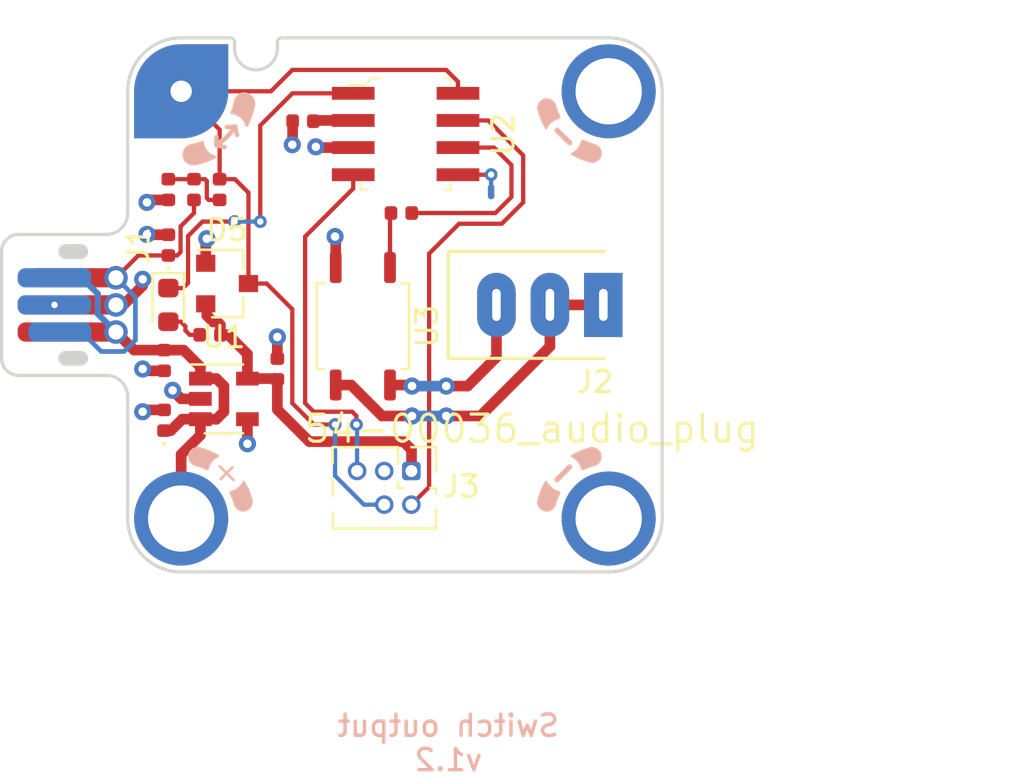
<source format=kicad_pcb>
(kicad_pcb (version 20220417) (generator pcbnew)
  (title_block (title "Jacdac access switch output") (date "2022-01-07") (rev "v1.2") (comment 3 "Matthew Oppenheim") (comment 4 "Licence: Attribution 4.0 International (CC BY 4.0)"))
  (layers (0 "F.Cu" signal) (31 "B.Cu" signal) (34 "B.Paste" user) (35 "F.Paste" user) (36 "B.SilkS" user "B.Silkscreen") (37 "F.SilkS" user "F.Silkscreen") (38 "B.Mask" user) (39 "F.Mask" user) (44 "Edge.Cuts" user))
  (net 0 "")
  (net 1 "Net-(C1-Pad1)")
  (net 2 "GND")
  (net 3 "JD_PWR")
  (net 4 "+3V3")
  (net 5 "/JD_DATA")
  (net 6 "/JD_STATUS")
  (net 7 "/JD_DATA_MCU_SWCLK")
  (net 8 "/nRESET")
  (net 9 "/SLEEVE")
  (net 10 "/PLUG_TIP")
  (net 11 "/SWDIO")
  (net 12 "/SWITCH")
  (net 13 "Net-(R3-Pad1)")
  (net 14 "Net-(D6-A)")
  (net 15 "Net-(U2-PA8/PA11[PA9]/PB0/PB1)")
  (footprint "Jacdac:jacdac_hole_PWR_MH3" (layer "F.Cu") (at 150 100 90)
    (fp_text reference "MH3" hide)
    (fp_text value "MountingHole_Pad" hide)
    (pad "MH3" thru_hole circle (at 0 0 180) (size 4.4 4.4) (drill 3.1) (layers *.Cu *.Mask) (net 3 "JD_PWR"))
  )
  (footprint "jacdac_access_switch_interface:SOIC-8_W3.9mm" (layer "F.Cu") (at 160.5 82 -90)
    (fp_text reference "U2" (at 0.01778 -4.56946 90) (layer "F.SilkS"))
    (fp_text value "STM32G031J6M6")
    (pad "1" smd rect (at -1.905 2.45 270) (size 0.6 2) (layers "F.Cu" "F.Paste" "F.Mask") (net 6 "/JD_STATUS"))
    (pad "2" smd rect (at -0.635 2.45 270) (size 0.6 2) (layers "F.Cu" "F.Paste" "F.Mask") (net 4 "+3V3"))
    (pad "3" smd rect (at 0.635 2.45 270) (size 0.6 2) (layers "F.Cu" "F.Paste" "F.Mask") (net 2 "GND"))
    (pad "4" smd rect (at 1.905 2.45 270) (size 0.6 2) (layers "F.Cu" "F.Paste" "F.Mask") (net 8 "/nRESET"))
    (pad "5" smd rect (at 1.905 -2.45 270) (size 0.6 2) (layers "F.Cu" "F.Paste" "F.Mask") (net 15 "Net-(U2-PA8/PA11[PA9]/PB0/PB1)"))
    (pad "6" smd rect (at 0.635 -2.45 270) (size 0.6 2) (layers "F.Cu" "F.Paste" "F.Mask") (net 12 "/SWITCH"))
    (pad "7" smd rect (at -0.635 -2.45 270) (size 0.6 2) (layers "F.Cu" "F.Paste" "F.Mask") (net 11 "/SWDIO"))
    (pad "8" smd rect (at -1.905 -2.45 270) (size 0.6 2) (layers "F.Cu" "F.Paste" "F.Mask") (net 7 "/JD_DATA_MCU_SWCLK"))
  )
  (footprint "Jacdac:jacdac_hole_GND_MH2A" (layer "F.Cu") (at 170 80 180)
    (fp_text reference "MH2A1" hide)
    (fp_text value "MountingHole_Pad" hide)
    (pad "MH2A" thru_hole circle (at 0 0 180) (size 4.4 4.4) (drill 3.1) (layers *.Cu *.Mask) (net 2 "GND"))
  )
  (footprint "Jacdac:jacdac_hole_GND_MH2B" (layer "F.Cu") (at 170 100)
    (fp_text reference "MH2B1" hide)
    (fp_text value "MountingHole_Pad" hide)
    (pad "MH2B" thru_hole circle (at 0 0 90) (size 4.4 4.4) (drill 3.1) (layers *.Cu *.Mask) (net 2 "GND"))
  )
  (footprint "Jacdac:jacdac_hole_DATA_notched_MH1" (layer "F.Cu") (at 150 80 90)
    (fp_text reference "MH1" hide)
    (fp_text value "MountingHole_Pad" hide)
    (fp_line (start 2 2.5) (end 2.3 2.499998) (stroke (width 0.15)) (layer "Edge.Cuts"))
    (fp_line (start 2 4.5) (end 2.3 4.5) (stroke (width 0.15)) (layer "Edge.Cuts"))
    (fp_arc (start 2 4.5) (mid 1 3.5) (end 2 2.5) (stroke (width 0.15)) (layer "Edge.Cuts"))
    (fp_arc (start 2.3 4.5) (mid 2.441421 4.558579) (end 2.5 4.7) (stroke (width 0.15)) (layer "Edge.Cuts"))
    (fp_arc (start 2.5 2.299998) (mid 2.441422 2.441421) (end 2.3 2.499998) (stroke (width 0.15)) (layer "Edge.Cuts"))
    (pad "MH1" thru_hole custom (at 0 0 135) (size 1 1) (drill 3.1) (property pad_prop_fiducial_loc) (layers *.Cu *.Mask) (net 7 "/JD_DATA_MCU_SWCLK") (options (clearance outline) (anchor circle)) (primitives (gr_poly (pts (xy 0 -3.11127) (arc (start -1.555635 -1.555635) (mid -2.2 0) (end -1.555635 1.555635)) (xy 0 3.11127) (arc (start 1.555635 1.555635) (mid 2.2 0) (end 1.555635 -1.555635))) (width 0) (fill yes))))
  )
  (footprint "Jacdac:HackConnect_P1.27mm" (layer "F.Cu") (at 160.77 98.5635)
    (fp_text reference "J3" (at 2.33 -0.0635) (layer "F.SilkS"))
    (fp_text value "Conn_HackConnect")
    (pad "1" thru_hole roundrect locked (at 0 -0.7874) (size 0.8636 0.8636) (drill 0.5588) (layers *.Cu *.Mask) (roundrect_rratio 0.2) (net 4 "+3V3"))
    (pad "2" thru_hole circle locked (at 0 0.7874) (size 0.8636 0.8636) (drill 0.5588) (layers *.Cu *.Mask) (net 11 "/SWDIO"))
    (pad "3" thru_hole circle locked (at -1.27 -0.7874) (size 0.8636 0.8636) (drill 0.5588) (layers *.Cu *.Mask) (net 2 "GND"))
    (pad "4" thru_hole circle locked (at -1.27 0.7874) (size 0.8636 0.8636) (drill 0.5588) (layers *.Cu *.Mask) (net 7 "/JD_DATA_MCU_SWCLK"))
    (pad "5" thru_hole circle locked (at -2.54 -0.7874) (size 0.8636 0.8636) (drill 0.5588) (layers *.Cu *.Mask) (net 8 "/nRESET"))
  )
  (footprint "Jacdac:JD-PEC-02_Prerouted" (layer "F.Cu") (at 145.6 90 90)
    (fp_text reference "J1" (at 2.8 2.4 90) (layer "F.SilkS") (effects (font (thickness 0.153))))
    (fp_text value "Conn_Jacdac_CardEdge" hide)
    (fp_line (start -4.951096 1.9) (end -4.297807 1.9) (stroke (width 0.15)) (layer "Edge.Cuts"))
    (fp_line (start -3.300852 -3.2) (end -3.300852 0.7) (stroke (width 0.15)) (layer "Edge.Cuts"))
    (fp_line (start -3.300852 0.7) (end -3.300852 0.902) (stroke (width 0.15)) (layer "Edge.Cuts"))
    (fp_line (start -2.500852 -4) (end -2.3 -4) (stroke (width 0.15)) (layer "Edge.Cuts"))
    (fp_line (start 2.499148 -4) (end -2.3 -4) (stroke (width 0.15)) (layer "Edge.Cuts"))
    (fp_line (start 3.299148 -3.2) (end 3.299148 0.9) (stroke (width 0.15)) (layer "Edge.Cuts"))
    (fp_line (start 4.297807 1.9) (end 5 1.9) (stroke (width 0.15)) (layer "Edge.Cuts"))
    (fp_arc (start -3.300852 -3.2) (mid -3.066852 -3.766) (end -2.500852 -4) (stroke (width 0.15)) (layer "Edge.Cuts"))
    (fp_arc (start -3.300852 0.902) (mid -3.592637 1.607476) (end -4.297807 1.9) (stroke (width 0.15)) (layer "Edge.Cuts"))
    (fp_arc (start 2.499148 -4) (mid 3.065149 -3.766) (end 3.299148 -3.2) (stroke (width 0.15)) (layer "Edge.Cuts"))
    (fp_arc (start 4.297807 1.9) (mid 3.591372 1.606828) (end 3.299148 0.9) (stroke (width 0.15)) (layer "Edge.Cuts"))
    (fp_poly (pts (arc (start -2.150853 -1.000001) (mid -2.500852 -1.35) (end -2.850851 -1.000001)) (arc (start -2.850851 -0.300002) (mid -2.500852 0.049997) (end -2.150853 -0.300002))) (fill solid) (layer "Edge.Cuts"))
    (fp_poly (pts (arc (start 2.849147 -1.000001) (mid 2.499148 -1.35) (end 2.149149 -1.000001)) (arc (start 2.149149 -0.300002) (mid 2.499148 0.049997) (end 2.849147 -0.300002))) (fill solid) (layer "Edge.Cuts"))
    (pad "1" smd oval (at -2.18 1.1935 180) (size 1.287 0.22) (layers "B.Cu") (net 5 "/JD_DATA"))
    (pad "1" smd oval (at -1.9135 1.9935 45) (size 0.973776 0.22) (layers "B.Cu") (net 5 "/JD_DATA"))
    (pad "1" smd oval (at -1.725 0.205 135) (size 1.506934 0.22) (layers "B.Cu") (net 5 "/JD_DATA"))
    (pad "1" smd roundrect (at -1.27 -1.275 90) (size 0.9 2.95) (layers "B.Cu" "B.Mask") (roundrect_rratio 0.389) (net 5 "/JD_DATA"))
    (pad "1" smd oval (at -0.651 2.26 90) (size 2.212 0.22) (layers "B.Cu") (net 5 "/JD_DATA"))
    (pad "1" smd oval (at 0.815 1.805 135) (size 1.507 0.22) (layers "B.Cu") (net 5 "/JD_DATA"))
    (pad "1" smd roundrect (at 1.27 -0.475 90) (size 0.9 4.55) (layers "F.Cu" "F.Mask") (roundrect_rratio 0.389) (net 5 "/JD_DATA"))
    (pad "1" thru_hole circle (at 1.27 1.35 90) (size 1.1 1.1) (drill 0.71) (layers *.Cu *.Mask) (net 5 "/JD_DATA"))
    (pad "2" thru_hole circle (at 0 -1.525 90) (size 0.6 0.6) (drill 0.3) (layers *.Cu *.Mask) (net 2 "GND"))
    (pad "2" smd roundrect (at 0 -1.525 90) (size 0.9 3.45) (layers "B.Cu" "B.Mask") (roundrect_rratio 0.389) (net 2 "GND"))
    (pad "2" smd roundrect (at 0 -0.725 90) (size 0.9 5.05) (layers "F.Cu" "F.Mask") (roundrect_rratio 0.389) (net 2 "GND"))
    (pad "2" thru_hole circle (at 0 1.35 90) (size 1.1 1.1) (drill 0.71) (layers *.Cu *.Mask) (net 2 "GND"))
    (pad "3" smd roundrect (at -1.27 -0.725 90) (size 0.9 5.05) (layers "F.Cu" "F.Mask") (roundrect_rratio 0.389) (net 3 "JD_PWR"))
    (pad "3" thru_hole circle (at -1.27 1.35 90) (size 1.1 1.1) (drill 0.71) (layers *.Cu *.Mask) (net 3 "JD_PWR"))
    (pad "3" smd oval (at -0.845 0.925 135) (size 1.492 0.29) (layers "B.Cu") (net 3 "JD_PWR"))
    (pad "3" smd oval (at 0.05 0.5 90) (size 1.23 0.29) (layers "B.Cu") (net 3 "JD_PWR"))
    (pad "3" smd oval (at 0.895 0.125 135) (size 1.351 0.29) (layers "B.Cu") (net 3 "JD_PWR"))
    (pad "3" smd roundrect (at 1.27 -1.525 90) (size 0.9 3.45) (layers "B.Cu" "B.Mask") (roundrect_rratio 0.389) (net 3 "JD_PWR"))
  )
  (footprint "jacdac_access_switch_interface:SOT-23-5" (layer "F.Cu") (at 152 94.4)
    (fp_text reference "U1" (at 0 -2.9) (layer "F.SilkS"))
    (fp_text value "NCP114ASN330T1G")
    (pad "1" smd rect (at -1.1 -0.95) (size 1.06 0.65) (layers "F.Cu" "F.Paste" "F.Mask") (net 3 "JD_PWR"))
    (pad "2" connect rect (at -1.1 0) (size 1.06 0.65) (layers "F.Cu" "F.Mask") (net 2 "GND"))
    (pad "3" smd rect (at -1.1 0.95) (size 1.06 0.65) (layers "F.Cu" "F.Paste" "F.Mask") (net 3 "JD_PWR"))
    (pad "4" smd rect (at 1.1 0.95) (size 1.06 0.65) (layers "F.Cu" "F.Paste" "F.Mask") (net 2 "GND"))
    (pad "5" smd rect (at 1.1 -0.95) (size 1.06 0.65) (layers "F.Cu" "F.Paste" "F.Mask") (net 4 "+3V3"))
  )
  (footprint "jacdac_access_switch_interface:SOT-23" (layer "F.Cu") (at 152.15 89)
    (fp_text reference "D5" (at 0 -2.5) (layer "F.SilkS"))
    (fp_text value "BAT54S")
    (pad "1" smd rect (at -1 -0.95) (size 0.9 0.8) (layers "F.Cu" "F.Paste" "F.Mask") (net 2 "GND"))
    (pad "2" smd rect (at -1 0.95) (size 0.9 0.8) (layers "F.Cu" "F.Paste" "F.Mask") (net 4 "+3V3"))
    (pad "3" smd rect (at 1 0) (size 0.9 0.8) (layers "F.Cu" "F.Paste" "F.Mask") (net 7 "/JD_DATA_MCU_SWCLK"))
  )
  (footprint "jacdac_access_switch_interface:R_0402_1005Metric" (layer "F.Cu") (at 151.8 84.6 -90)
    (fp_text reference "R1")
    (fp_text value "220")
    (pad "1" smd roundrect (at -0.485 0 270) (size 0.59 0.64) (layers "F.Cu" "F.Paste" "F.Mask") (net 7 "/JD_DATA_MCU_SWCLK"))
    (pad "2" smd roundrect (at 0.485 0 270) (size 0.59 0.64) (layers "F.Cu" "F.Paste" "F.Mask") (net 1 "Net-(C1-Pad1)"))
  )
  (footprint "jacdac_access_switch_interface:R_0402_1005Metric" (layer "F.Cu") (at 151.35 91.4 180)
    (fp_text reference "R2")
    (fp_text value "130")
    (pad "1" smd roundrect (at -0.485 0 180) (size 0.59 0.64) (layers "F.Cu" "F.Paste" "F.Mask") (net 4 "+3V3"))
    (pad "2" smd roundrect (at 0.485 0 180) (size 0.59 0.64) (layers "F.Cu" "F.Paste" "F.Mask") (net 14 "Net-(D6-A)"))
  )
  (footprint "jacdac_access_switch_interface:L_0402_1005Metric" (layer "F.Cu") (at 150.6 84.6 -90)
    (fp_text reference "FB1")
    (fp_text value "1kOhm @ 100MHz")
    (pad "1" smd roundrect (at -0.485 0 270) (size 0.59 0.64) (layers "F.Cu" "F.Paste" "F.Mask") (net 1 "Net-(C1-Pad1)"))
    (pad "2" smd roundrect (at 0.485 0 270) (size 0.59 0.64) (layers "F.Cu" "F.Paste" "F.Mask") (net 5 "/JD_DATA"))
  )
  (footprint "jacdac_access_switch_interface:LED_0603_1608Metric" (layer "F.Cu") (at 149.4 90 -90)
    (fp_text reference "D6")
    (fp_text value "LED")
    (pad "1" smd roundrect (at -0.7875 0 270) (size 0.875 0.95) (layers "F.Cu" "F.Paste" "F.Mask") (net 6 "/JD_STATUS"))
    (pad "2" smd roundrect (at 0.7875 0 270) (size 0.875 0.95) (layers "F.Cu" "F.Paste" "F.Mask") (net 14 "Net-(D6-A)"))
  )
  (footprint "jacdac_access_switch_interface:D_0402_1005Metric" (layer "F.Cu") (at 149.4 87.2 90)
    (fp_text reference "D3")
    (fp_text value "RCLAMP0521P-N")
    (pad "1" smd roundrect (at -0.485 0 90) (size 0.59 0.64) (layers "F.Cu" "F.Paste" "F.Mask") (net 5 "/JD_DATA"))
    (pad "2" smd roundrect (at 0.485 0 90) (size 0.59 0.64) (layers "F.Cu" "F.Paste" "F.Mask") (net 2 "GND"))
  )
  (footprint "jacdac_access_switch_interface:D_0402_1005Metric" (layer "F.Cu") (at 149.2 95.4 90)
    (fp_text reference "D4")
    (fp_text value "RCLAMP0521-P")
    (pad "1" smd roundrect (at -0.485 0 90) (size 0.59 0.64) (layers "F.Cu" "F.Paste" "F.Mask") (net 3 "JD_PWR"))
    (pad "2" smd roundrect (at 0.485 0 90) (size 0.59 0.64) (layers "F.Cu" "F.Paste" "F.Mask") (net 2 "GND"))
  )
  (footprint "jacdac_access_switch_interface:C_0402_1005Metric" (layer "F.Cu") (at 154.5 93 90)
    (fp_text reference "C4")
    (fp_text value "1uF")
    (pad "1" smd roundrect (at -0.485 0 90) (size 0.59 0.64) (layers "F.Cu" "F.Paste" "F.Mask") (net 4 "+3V3"))
    (pad "2" smd roundrect (at 0.485 0 90) (size 0.59 0.64) (layers "F.Cu" "F.Paste" "F.Mask") (net 2 "GND"))
  )
  (footprint "jacdac_access_switch_interface:C_0402_1005Metric" (layer "F.Cu") (at 149.4 84.6 -90)
    (fp_text reference "C1")
    (fp_text value "33pF")
    (pad "1" smd roundrect (at -0.485 0 270) (size 0.59 0.64) (layers "F.Cu" "F.Paste" "F.Mask") (net 1 "Net-(C1-Pad1)"))
    (pad "2" smd roundrect (at 0.485 0 270) (size 0.59 0.64) (layers "F.Cu" "F.Paste" "F.Mask") (net 2 "GND"))
  )
  (footprint "jacdac_access_switch_interface:C_0402_1005Metric" (layer "F.Cu") (at 149.2 92.6 -90)
    (fp_text reference "C2")
    (fp_text value "1uF, 10V")
    (pad "1" smd roundrect (at -0.485 0 270) (size 0.59 0.64) (layers "F.Cu" "F.Paste" "F.Mask") (net 3 "JD_PWR"))
    (pad "2" smd roundrect (at 0.485 0 270) (size 0.59 0.64) (layers "F.Cu" "F.Paste" "F.Mask") (net 2 "GND"))
  )
  (footprint "jacdac_access_switch_interface:C_0402_1005Metric" (layer "F.Cu") (at 155.7 81.4 180)
    (fp_text reference "C3")
    (fp_text value "0.1uF")
    (pad "1" smd roundrect (at -0.485 0 180) (size 0.59 0.64) (layers "F.Cu" "F.Paste" "F.Mask") (net 4 "+3V3"))
    (pad "2" smd roundrect (at 0.485 0 180) (size 0.59 0.64) (layers "F.Cu" "F.Paste" "F.Mask") (net 2 "GND"))
  )
  (footprint "jacdac_access_switch_interface:SOP-4_3.8x4.1mm_P2.54mm" (layer "F.Cu") (at 158.5 91 -90)
    (fp_text reference "U3" (at 0 -3 -90) (layer "F.SilkS"))
    (fp_text value "AQY282")
    (pad "1" smd roundrect (at -2.75 -1.27 270) (size 1.45 0.55) (layers "F.Cu" "F.Paste" "F.Mask") (net 13 "Net-(R3-Pad1)"))
    (pad "2" smd roundrect (at -2.75 1.27 270) (size 1.45 0.55) (layers "F.Cu" "F.Paste" "F.Mask") (net 2 "GND"))
    (pad "3" smd roundrect (at 2.75 1.27 270) (size 1.45 0.55) (layers "F.Cu" "F.Paste" "F.Mask") (net 9 "/SLEEVE"))
    (pad "4" smd roundrect (at 2.75 -1.27 270) (size 1.45 0.55) (layers "F.Cu" "F.Paste" "F.Mask") (net 10 "/PLUG_TIP"))
  )
  (footprint "jacdac_access_switch_interface:R_0402_1005Metric" (layer "F.Cu") (at 160.3 85.7)
    (fp_text reference "R3")
    (fp_text value "330")
    (pad "1" smd roundrect (at -0.485 0) (size 0.59 0.64) (layers "F.Cu" "F.Paste" "F.Mask") (net 13 "Net-(R3-Pad1)"))
    (pad "2" smd roundrect (at 0.485 0) (size 0.59 0.64) (layers "F.Cu" "F.Paste" "F.Mask") (net 12 "/SWITCH"))
  )
  (footprint "jacdac_access_switch_interface:Tensility-54-00036-0" (layer "F.Cu") (at 175.8 90 180)
    (fp_text reference "J2" (at 7.4 -3.6 180) (layer "F.SilkS") (effects (justify left)))
    (fp_text value "54-00036_audio_plug" (at 9.4 -5.8 180) (layer "F.SilkS") (effects (font (size 1.27 1.27))))
    (pad "1" thru_hole rect (at 6.05 0 180) (size 1.8 3) (drill oval 0.4 1.5) (layers *.Cu *.Mask) (net 9 "/SLEEVE"))
    (pad "2" thru_hole oval (at 8.55 0 180) (size 1.8 3) (drill oval 0.4 1.5) (layers *.Cu *.Mask) (net 9 "/SLEEVE"))
    (pad "3" thru_hole oval (at 11.05 0 180) (size 1.8 3) (drill oval 0.4 1.5) (layers *.Cu *.Mask) (net 10 "/PLUG_TIP"))
  )
  (footprint "jacdac_access_switch_interface:NetTie-2_SMD_Pad0.3mm" (layer "B.Cu") (at 164.5 84.7 90)
    (fp_text reference "NT1")
    (fp_text value "NetTie_2")
    (fp_line (start -0.2 0) (end 0.2 0) (stroke (width 0.3)) (layer "B.Cu"))
    (pad "1" smd circle (at -0.2 0 90) (size 0.3 0.3) (layers "B.Cu") (net 2 "GND"))
    (pad "2" smd circle (at 0.2 0 90) (size 0.3 0.3) (layers "B.Cu") (net 15 "Net-(U2-PA8/PA11[PA9]/PB0/PB1)"))
  )
  (gr_arc (start 170 77.5) (mid 171.767767 78.232233) (end 172.5 80) (stroke (width 0.15)) (layer "Edge.Cuts"))
  (gr_line (start 172.5 80.4) (end 172.5 80) (stroke (width 0.15)) (layer "Edge.Cuts"))
  (gr_line (start 155 77.5) (end 170 77.5) (stroke (width 0.15)) (layer "Edge.Cuts"))
  (gr_arc (start 150 102.5) (mid 148.232233 101.767767) (end 147.5 100) (stroke (width 0.15)) (layer "Edge.Cuts"))
  (gr_arc (start 147.5 80) (mid 148.232233 78.232233) (end 150 77.5) (stroke (width 0.15)) (layer "Edge.Cuts"))
  (gr_line (start 147.5 80) (end 147.5 85) (stroke (width 0.15)) (layer "Edge.Cuts"))
  (gr_line (start 172.5 99.7) (end 172.5 80.4) (stroke (width 0.15)) (layer "Edge.Cuts"))
  (gr_line (start 150 77.5) (end 152.299998 77.5) (stroke (width 0.15)) (layer "Edge.Cuts"))
  (gr_line (start 150 102.5) (end 170 102.5) (stroke (width 0.15)) (layer "Edge.Cuts"))
  (gr_line (start 147.5 99.7) (end 147.5 100) (stroke (width 0.15)) (layer "Edge.Cuts"))
  (gr_line (start 147.5 94.951096) (end 147.5 95.5) (stroke (width 0.15)) (layer "Edge.Cuts"))
  (gr_line (start 172.5 99.7) (end 172.5 100) (stroke (width 0.15)) (layer "Edge.Cuts"))
  (gr_line (start 154.7 77.5) (end 155 77.5) (stroke (width 0.15)) (layer "Edge.Cuts"))
  (gr_line (start 147.5 99.7) (end 147.5 95.5) (stroke (width 0.15)) (layer "Edge.Cuts"))
  (gr_arc (start 172.5 100) (mid 171.767767 101.767767) (end 170 102.5) (stroke (width 0.15)) (layer "Edge.Cuts"))
  (gr_text "Switch output\nv1.2" (at 162.5 110.5) (layer "B.SilkS") (effects (font (size 1 1) (thickness 0.16)) (justify mirror)))
  (segment (start 151.115 84.115) (end 150.6 84.115) (width 0.2) (layer "F.Cu") (net 1))
  (segment (start 151.8 85.085) (end 151.285 85.085) (width 0.2) (layer "F.Cu") (net 1))
  (segment (start 151.2 84.2) (end 151.115 84.115) (width 0.2) (layer "F.Cu") (net 1))
  (segment (start 151.285 85.085) (end 151.2 85) (width 0.2) (layer "F.Cu") (net 1))
  (segment (start 150.6 84.115) (end 149.4 84.115) (width 0.2) (layer "F.Cu") (net 1))
  (segment (start 151.2 85) (end 151.2 84.2) (width 0.2) (layer "F.Cu") (net 1))
  (segment (start 151.15 88.05) (end 151.15 86.95) (width 0.5) (layer "F.Cu") (net 2))
  (segment (start 150.9 94.4) (end 150 94.4) (width 0.5) (layer "F.Cu") (net 2))
  (segment (start 155.215 81.4) (end 155.215 82.485) (width 0.5) (layer "F.Cu") (net 2))
  (segment (start 148.2 88.8) (end 148.2 89.1) (width 0.5) (layer "F.Cu") (net 2))
  (segment (start 154.5 92.515) (end 154.5 91.5) (width 0.5) (layer "F.Cu") (net 2))
  (segment (start 155.215 82.485) (end 155.2 82.5) (width 0.5) (layer "F.Cu") (net 2))
  (segment (start 148.285 93.085) (end 148.2 93) (width 0.5) (layer "F.Cu") (net 2))
  (segment (start 148.2 89.1) (end 147.3 90) (width 0.5) (layer "F.Cu") (net 2))
  (segment (start 148.285 94.915) (end 148.2 95) (width 0.5) (layer "F.Cu") (net 2))
  (segment (start 150 94.4) (end 149.6 94) (width 0.5) (layer "F.Cu") (net 2))
  (segment (start 149.4 85.085) (end 148.515 85.085) (width 0.5) (layer "F.Cu") (net 2))
  (segment (start 148.415 86.715) (end 148.4 86.7) (width 0.5) (layer "F.Cu") (net 2))
  (segment (start 157.23 86.83) (end 157.2 86.8) (width 0.5) (layer "F.Cu") (net 2))
  (segment (start 149.2 93.085) (end 148.285 93.085) (width 0.5) (layer "F.Cu") (net 2))
  (segment (start 147.3 90) (end 146.95 90) (width 0.5) (layer "F.Cu") (net 2))
  (segment (start 149.4 86.715) (end 148.415 86.715) (width 0.5) (layer "F.Cu") (net 2))
  (segment (start 151.15 86.95) (end 151.2 86.9) (width 0.5) (layer "F.Cu") (net 2))
  (segment (start 149.2 94.915) (end 148.285 94.915) (width 0.5) (layer "F.Cu") (net 2))
  (segment (start 148.515 85.085) (end 148.4 85.2) (width 0.5) (layer "F.Cu") (net 2))
  (segment (start 153.1 96.5) (end 153.1 95.35) (width 0.5) (layer "F.Cu") (net 2))
  (segment (start 158.05 82.635) (end 156.335 82.635) (width 0.5) (layer "F.Cu") (net 2))
  (segment (start 156.335 82.635) (end 156.3 82.6) (width 0.5) (layer "F.Cu") (net 2))
  (segment (start 157.23 88.25) (end 157.23 86.83) (width 0.5) (layer "F.Cu") (net 2))
  (via (at 153.1 96.5) (size 0.8) (drill 0.4) (layers "F.Cu" "B.Cu") (net 2))
  (via (at 148.4 86.7) (size 0.8) (drill 0.4) (layers "F.Cu" "B.Cu") (net 2))
  (via (at 148.2 88.8) (size 0.8) (drill 0.4) (layers "F.Cu" "B.Cu") (net 2))
  (via (at 148.2 95) (size 0.8) (drill 0.4) (layers "F.Cu" "B.Cu") (net 2))
  (via (at 157.2 86.8) (size 0.8) (drill 0.4) (layers "F.Cu" "B.Cu") (net 2))
  (via (at 148.4 85.2) (size 0.8) (drill 0.4) (layers "F.Cu" "B.Cu") (net 2))
  (via (at 156.3 82.6) (size 0.8) (drill 0.4) (layers "F.Cu" "B.Cu") (net 2))
  (via (at 151.2 86.9) (size 0.8) (drill 0.4) (layers "F.Cu" "B.Cu") (net 2))
  (via (at 148.2 93) (size 0.8) (drill 0.4) (layers "F.Cu" "B.Cu") (net 2))
  (via (at 149.6 94) (size 0.8) (drill 0.4) (layers "F.Cu" "B.Cu") (net 2))
  (via (at 155.2 82.5) (size 0.8) (drill 0.4) (layers "F.Cu" "B.Cu") (net 2))
  (via (at 154.5 91.5) (size 0.8) (drill 0.4) (layers "F.Cu" "B.Cu") (net 2))
  (segment (start 152 93.8) (end 151.65 93.45) (width 0.5) (layer "F.Cu") (net 3))
  (segment (start 146.95 91.27) (end 147.795 92.115) (width 0.5) (layer "F.Cu") (net 3))
  (segment (start 150.115 92.115) (end 150.9 92.9) (width 0.5) (layer "F.Cu") (net 3))
  (segment (start 152 95) (end 152 93.8) (width 0.5) (layer "F.Cu") (net 3))
  (segment (start 150.05 95.35) (end 150.9 95.35) (width 0.5) (layer "F.Cu") (net 3))
  (segment (start 149.515 95.885) (end 150.05 95.35) (width 0.5) (layer "F.Cu") (net 3))
  (segment (start 150.9 99.1) (end 150 100) (width 0.5) (layer "F.Cu") (net 3))
  (segment (start 151.65 95.35) (end 152 95) (width 0.5) (layer "F.Cu") (net 3))
  (segment (start 149.2 92.115) (end 150.115 92.115) (width 0.5) (layer "F.Cu") (net 3))
  (segment (start 150.9 95.35) (end 151.65 95.35) (width 0.5) (layer "F.Cu") (net 3))
  (segment (start 150 97) (end 150.9 96.1) (width 0.5) (layer "F.Cu") (net 3))
  (segment (start 149.2 95.885) (end 149.515 95.885) (width 0.5) (layer "F.Cu") (net 3))
  (segment (start 150 100) (end 150 97) (width 0.5) (layer "F.Cu") (net 3))
  (segment (start 147.795 92.115) (end 149.2 92.115) (width 0.5) (layer "F.Cu") (net 3))
  (segment (start 151.65 93.45) (end 150.9 93.45) (width 0.5) (layer "F.Cu") (net 3))
  (segment (start 150.9 95.35) (end 150.9 96.1) (width 0.5) (layer "F.Cu") (net 3))
  (segment (start 150.9 92.9) (end 150.9 93.45) (width 0.5) (layer "F.Cu") (net 3))
  (segment (start 151.2 90.5) (end 151.5 90.8) (width 0.5) (layer "F.Cu") (net 4))
  (segment (start 151.2 90) (end 151.2 90.5) (width 0.5) (layer "F.Cu") (net 4))
  (segment (start 153.1 92.3) (end 153.1 93.45) (width 0.5) (layer "F.Cu") (net 4))
  (segment (start 160.77 97.7761) (end 160.7761 97.7761) (width 0.5) (layer "F.Cu") (net 4))
  (segment (start 151.7 90.8) (end 151.835 90.935) (width 0.5) (layer "F.Cu") (net 4))
  (segment (start 156 96.4) (end 154.5 94.9) (width 0.5) (layer "F.Cu") (net 4))
  (segment (start 160.7761 97.7761) (end 160.7761 96.7761) (width 0.5) (layer "F.Cu") (net 4))
  (segment (start 158.05 81.365) (end 156.22 81.365) (width 0.5) (layer "F.Cu") (net 4))
  (segment (start 151.835 90.935) (end 151.835 91.4) (width 0.5) (layer "F.Cu") (net 4))
  (segment (start 160.4 96.4) (end 156 96.4) (width 0.5) (layer "F.Cu") (net 4))
  (segment (start 151.835 91.4) (end 152.2 91.4) (width 0.5) (layer "F.Cu") (net 4))
  (segment (start 151.5 90.8) (end 151.7 90.8) (width 0.5) (layer "F.Cu") (net 4))
  (segment (start 153.1 93.45) (end 154.465 93.45) (width 0.5) (layer "F.Cu") (net 4))
  (segment (start 160.7761 96.7761) (end 160.4 96.4) (width 0.5) (layer "F.Cu") (net 4))
  (segment (start 156.22 81.365) (end 156.185 81.4) (width 0.5) (layer "F.Cu") (net 4))
  (segment (start 154.465 93.45) (end 154.5 93.485) (width 0.5) (layer "F.Cu") (net 4))
  (segment (start 151.15 89.95) (end 151.2 90) (width 0.5) (layer "F.Cu") (net 4))
  (segment (start 152.2 91.4) (end 153.1 92.3) (width 0.5) (layer "F.Cu") (net 4))
  (segment (start 154.5 94.9) (end 154.5 93.485) (width 0.5) (layer "F.Cu") (net 4))
  (segment (start 150.6 85.7) (end 149.97192 86.32808) (width 0.2) (layer "F.Cu") (net 5))
  (segment (start 149.97192 86.32808) (end 149.97192 87.52808) (width 0.2) (layer "F.Cu") (net 5))
  (segment (start 150.6 85.085) (end 150.6 85.7) (width 0.2) (layer "F.Cu") (net 5))
  (segment (start 146.95 88.73) (end 145.125 88.73) (width 0.2) (layer "F.Cu") (net 5))
  (segment (start 147.995 87.685) (end 149.4 87.685) (width 0.2) (layer "F.Cu") (net 5))
  (segment (start 146.95 88.73) (end 147.995 87.685) (width 0.2) (layer "F.Cu") (net 5))
  (segment (start 149.815 87.685) (end 149.4 87.685) (width 0.2) (layer "F.Cu") (net 5))
  (segment (start 149.97192 87.52808) (end 149.815 87.685) (width 0.2) (layer "F.Cu") (net 5))
  (segment (start 149.4 89.2125) (end 150.0875 89.2125) (width 0.2) (layer "F.Cu") (net 6))
  (segment (start 155.205 80.095) (end 153.7 81.6) (width 0.2) (layer "F.Cu") (net 6))
  (segment (start 150.32384 86.77616) (end 151 86.1) (width 0.2) (layer "F.Cu") (net 6))
  (segment (start 150.0875 89.2125) (end 150.32384 88.97616) (width 0.2) (layer "F.Cu") (net 6))
  (segment (start 151 86.1) (end 152.5 86.1) (width 0.2) (layer "F.Cu") (net 6))
  (segment (start 153.7 81.6) (end 153.7 86.1) (width 0.2) (layer "F.Cu") (net 6))
  (segment (start 150.32384 88.97616) (end 150.32384 86.77616) (width 0.2) (layer "F.Cu") (net 6))
  (segment (start 158.05 80.095) (end 155.205 80.095) (width 0.2) (layer "F.Cu") (net 6))
  (via (at 152.5 86.1) (size 0.6) (drill 0.3) (layers "F.Cu" "B.Cu") (net 6))
  (via (at 153.7 86.1) (size 0.6) (drill 0.3) (layers "F.Cu" "B.Cu") (net 6))
  (segment (start 152.5 86.1) (end 153.7 86.1) (width 0.2) (layer "B.Cu") (net 6))
  (segment (start 151.8 84.115) (end 152.515 84.115) (width 0.2) (layer "F.Cu") (net 7))
  (segment (start 155.2 94.6) (end 155.2 90.2) (width 0.2) (layer "F.Cu") (net 7))
  (segment (start 153.148089 84.751911) (end 153.15 84.75) (width 0.2) (layer "F.Cu") (net 7))
  (segment (start 150 80) (end 151.8 81.8) (width 0.2) (layer "F.Cu") (net 7))
  (segment (start 153.15 89) (end 153.148089 88.998089) (width 0.2) (layer "F.Cu") (net 7))
  (segment (start 152.515 84.115) (end 153.15 84.75) (width 0.2) (layer "F.Cu") (net 7))
  (segment (start 162.95 80.095) (end 162.95 79.55) (width 0.2) (layer "F.Cu") (net 7))
  (segment (start 156.2 95.6) (end 155.2 94.6) (width 0.2) (layer "F.Cu") (net 7))
  (segment (start 153.148089 88.998089) (end 153.148089 84.751911) (width 0.2) (layer "F.Cu") (net 7))
  (segment (start 157.2 95.6) (end 156.2 95.6) (width 0.2) (layer "F.Cu") (net 7))
  (segment (start 155.2 90.2) (end 154 89) (width 0.2) (layer "F.Cu") (net 7))
  (segment (start 155.2 79) (end 154.2 80) (width 0.2) (layer "F.Cu") (net 7))
  (segment (start 162.4 79) (end 155.2 79) (width 0.2) (layer "F.Cu") (net 7))
  (segment (start 162.95 79.55) (end 162.4 79) (width 0.2) (layer "F.Cu") (net 7))
  (segment (start 150 80) (end 154.2 80) (width 0.2) (layer "F.Cu") (net 7))
  (segment (start 151.8 81.8) (end 151.8 84.115) (width 0.2) (layer "F.Cu") (net 7))
  (segment (start 154 89) (end 153.15 89) (width 0.2) (layer "F.Cu") (net 7))
  (via (at 157.2 95.6) (size 0.6) (drill 0.3) (layers "F.Cu" "B.Cu") (net 7))
  (segment (start 158.5509 99.3509) (end 157.2 98) (width 0.2) (layer "B.Cu") (net 7))
  (segment (start 157.2 98) (end 157.2 95.6) (width 0.2) (layer "B.Cu") (net 7))
  (segment (start 159.5 99.3509) (end 158.5509 99.3509) (width 0.2) (layer "B.Cu") (net 7))
  (segment (start 158 95) (end 158.2 95.2) (width 0.2) (layer "F.Cu") (net 8))
  (segment (start 158.05 83.905) (end 158.05 84.55) (width 0.2) (layer "F.Cu") (net 8))
  (segment (start 156.2 95) (end 158 95) (width 0.2) (layer "F.Cu") (net 8))
  (segment (start 158.2 95.2) (end 158.2 95.6) (width 0.2) (layer "F.Cu") (net 8))
  (segment (start 155.8 94.6) (end 156.2 95) (width 0.2) (layer "F.Cu") (net 8))
  (segment (start 158.05 84.55) (end 155.8 86.8) (width 0.2) (layer "F.Cu") (net 8))
  (segment (start 155.8 86.8) (end 155.8 94.6) (width 0.2) (layer "F.Cu") (net 8))
  (via (at 158.2 95.6) (size 0.6) (drill 0.3) (layers "F.Cu" "B.Cu") (net 8))
  (segment (start 158.23 97.7761) (end 158.23 95.63) (width 0.2) (layer "B.Cu") (net 8))
  (segment (start 158.23 95.63) (end 158.2 95.6) (width 0.2) (layer "B.Cu") (net 8))
  (segment (start 167.25 90) (end 169.75 90) (width 0.5) (layer "F.Cu") (net 9))
  (segment (start 160.8 95.2) (end 159.4 95.2) (width 0.5) (layer "F.Cu") (net 9))
  (segment (start 159.4 95.2) (end 157.95 93.75) (width 0.5) (layer "F.Cu") (net 9))
  (segment (start 164 95.2) (end 167.25 91.95) (width 0.5) (layer "F.Cu") (net 9))
  (segment (start 162.4 95.2) (end 164 95.2) (width 0.5) (layer "F.Cu") (net 9))
  (segment (start 167.25 91.95) (end 167.25 90) (width 0.5) (layer "F.Cu") (net 9))
  (segment (start 157.95 93.75) (end 157.23 93.75) (width 0.5) (layer "F.Cu") (net 9))
  (via (at 160.8 95.2) (size 0.8) (drill 0.4) (layers "F.Cu" "B.Cu") (net 9))
  (via (at 162.4 95.2) (size 0.8) (drill 0.4) (layers "F.Cu" "B.Cu") (net 9))
  (segment (start 160.8 95.2) (end 162.4 95.2) (width 0.5) (layer "B.Cu") (net 9))
  (segment (start 160.95 93.75) (end 159.77 93.75) (width 0.5) (layer "F.Cu") (net 10))
  (segment (start 164.75 92.45) (end 164.75 90) (width 0.5) (layer "F.Cu") (net 10))
  (segment (start 163.4 93.8) (end 164.75 92.45) (width 0.5) (layer "F.Cu") (net 10))
  (segment (start 162.4 93.8) (end 163.4 93.8) (width 0.5) (layer "F.Cu") (net 10))
  (segment (start 160.8 93.8) (end 160.95 93.75) (width 0.5) (layer "F.Cu") (net 10))
  (via (at 160.8 93.8) (size 0.8) (drill 0.4) (layers "F.Cu" "B.Cu") (net 10))
  (via (at 162.4 93.8) (size 0.8) (drill 0.4) (layers "F.Cu" "B.Cu") (net 10))
  (segment (start 160.8 93.8) (end 162.4 93.8) (width 0.5) (layer "B.Cu") (net 10))
  (segment (start 161.6 98.5209) (end 160.77 99.3509) (width 0.2) (layer "F.Cu") (net 11))
  (segment (start 166 85.2) (end 165 86.2) (width 0.2) (layer "F.Cu") (net 11))
  (segment (start 165 86.2) (end 163 86.2) (width 0.2) (layer "F.Cu") (net 11))
  (segment (start 166 83) (end 166 85.2) (width 0.2) (layer "F.Cu") (net 11))
  (segment (start 161.6 87.6) (end 161.6 98.5209) (width 0.2) (layer "F.Cu") (net 11))
  (segment (start 164.365 81.365) (end 166 83) (width 0.2) (layer "F.Cu") (net 11))
  (segment (start 162.95 81.365) (end 164.365 81.365) (width 0.2) (layer "F.Cu") (net 11))
  (segment (start 163 86.2) (end 161.6 87.6) (width 0.2) (layer "F.Cu") (net 11))
  (segment (start 160.785 85.7) (end 164.7 85.7) (width 0.2) (layer "F.Cu") (net 12))
  (segment (start 164.635 82.635) (end 162.95 82.635) (width 0.2) (layer "F.Cu") (net 12))
  (segment (start 164.7 85.7) (end 165.451911 84.948089) (width 0.2) (layer "F.Cu") (net 12))
  (segment (start 165.451911 84.948089) (end 165.451911 83.451911) (width 0.2) (layer "F.Cu") (net 12))
  (segment (start 165.451911 83.451911) (end 164.635 82.635) (width 0.2) (layer "F.Cu") (net 12))
  (segment (start 159.77 85.745) (end 159.815 85.7) (width 0.2) (layer "F.Cu") (net 13))
  (segment (start 159.77 88.25) (end 159.77 85.745) (width 0.2) (layer "F.Cu") (net 13))
  (segment (start 150.865 91.4) (end 150.4 91.4) (width 0.2) (layer "F.Cu") (net 14))
  (segment (start 150.4 91.4) (end 150.2 91.2) (width 0.2) (layer "F.Cu") (net 14))
  (segment (start 150.2 91.2) (end 150.2 91) (width 0.2) (layer "F.Cu") (net 14))
  (segment (start 149.9875 90.7875) (end 150.2 91) (width 0.2) (layer "F.Cu") (net 14))
  (segment (start 149.4 90.7875) (end 149.9875 90.7875) (width 0.2) (layer "F.Cu") (net 14))
  (segment (start 162.95 83.905) (end 164.495 83.905) (width 0.2) (layer "F.Cu") (net 15))
  (segment (start 164.495 83.905) (end 164.5 83.9) (width 0.2) (layer "F.Cu") (net 15))
  (via (at 164.5 83.9) (size 0.6) (drill 0.3) (layers "F.Cu" "B.Cu") (net 15))
  (segment (start 164.5 83.9) (end 164.5 84.498089) (width 0.2) (layer "B.Cu") (net 15))
)
</source>
